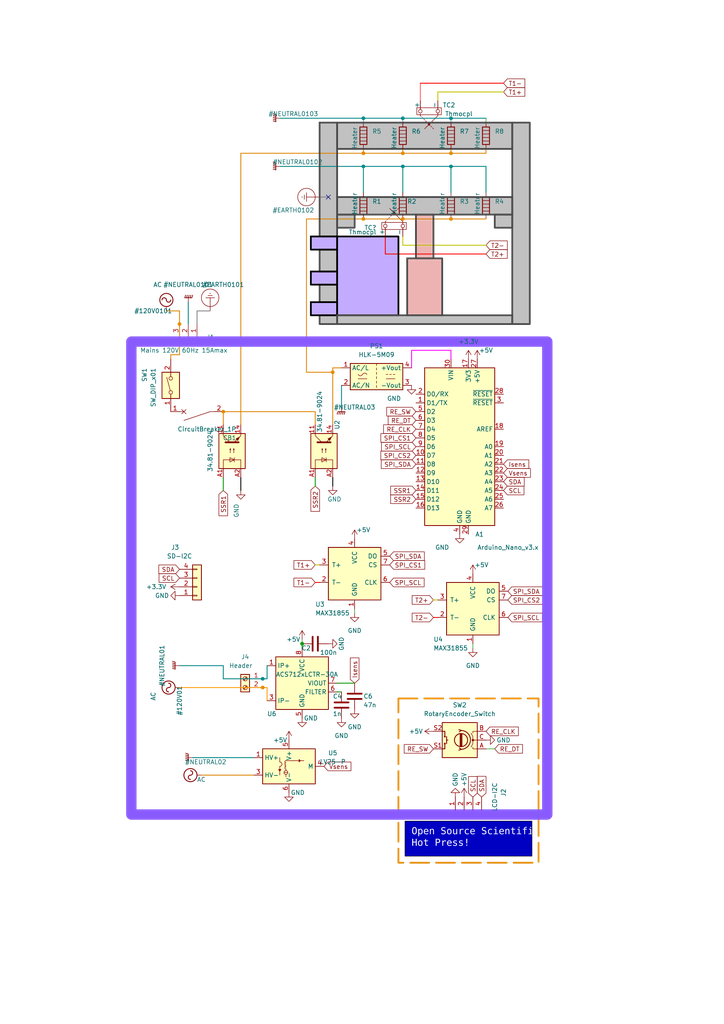
<source format=kicad_sch>
(kicad_sch (version 20230121) (generator eeschema)
  (paper "A4" portrait)
  (lib_symbols
    (symbol "Connector:Screw_Terminal_01x02" (pin_names (offset 1.016) hide)
      (property "Reference" "J" (at 0 2.54 0))
      (property "Value" "Screw_Terminal_01x02" (at 0 -5.08 0))
      (symbol "Screw_Terminal_01x02_1_1"
        (rectangle (start -1.27 1.27) (end 1.27 -3.81) (stroke (width 0.254)) (fill (type background)))
        (circle (center 0 -2.54) (radius 0.635) (stroke (width 0.1524)))
        (polyline (pts (xy -0.5334 -2.2098) (xy 0.3302 -3.048)) (stroke (width 0.1524)))
        (polyline (pts (xy -0.5334 0.3302) (xy 0.3302 -0.508)) (stroke (width 0.1524)))
        (polyline (pts (xy -0.3556 -2.032) (xy 0.508 -2.8702)) (stroke (width 0.1524)))
        (polyline (pts (xy -0.3556 0.508) (xy 0.508 -0.3302)) (stroke (width 0.1524)))
        (circle (center 0 0) (radius 0.635) (stroke (width 0.1524)))
        (pin passive line (at -5.08 0 0) (length 3.81) (name "Pin_1") (number "1"))
        (pin passive line (at -5.08 -2.54 0) (length 3.81) (name "Pin_2") (number "2"))
      )
    )
    (symbol "Connector:Screw_Terminal_01x03" (pin_names (offset 1.016) hide)
      (property "Reference" "J" (at 0 5.08 0))
      (property "Value" "Screw_Terminal_01x03" (at 0 -5.08 0))
      (symbol "Screw_Terminal_01x03_1_1"
        (rectangle (start -1.27 3.81) (end 1.27 -3.81) (stroke (width 0.254)) (fill (type background)))
        (circle (center 0 -2.54) (radius 0.635) (stroke (width 0.1524)))
        (polyline (pts (xy -0.5334 -2.2098) (xy 0.3302 -3.048)) (stroke (width 0.1524)))
        (polyline (pts (xy -0.5334 0.3302) (xy 0.3302 -0.508)) (stroke (width 0.1524)))
        (polyline (pts (xy -0.5334 2.8702) (xy 0.3302 2.032)) (stroke (width 0.1524)))
        (polyline (pts (xy -0.3556 -2.032) (xy 0.508 -2.8702)) (stroke (width 0.1524)))
        (polyline (pts (xy -0.3556 0.508) (xy 0.508 -0.3302)) (stroke (width 0.1524)))
        (polyline (pts (xy -0.3556 3.048) (xy 0.508 2.2098)) (stroke (width 0.1524)))
        (circle (center 0 0) (radius 0.635) (stroke (width 0.1524)))
        (circle (center 0 2.54) (radius 0.635) (stroke (width 0.1524)))
        (pin passive line (at -5.08 2.54 0) (length 3.81) (name "Pin_1") (number "1"))
        (pin passive line (at -5.08 0 0) (length 3.81) (name "Pin_2") (number "2"))
        (pin passive line (at -5.08 -2.54 0) (length 3.81) (name "Pin_3") (number "3"))
      )
    )
    (symbol "Connector_Generic:Conn_01x04" (pin_names (offset 1.016) hide)
      (property "Reference" "J" (at 0 5.08 0))
      (property "Value" "Conn_01x04" (at 0 -7.62 0))
      (symbol "Conn_01x04_1_1"
        (rectangle (start -1.27 -4.953) (end 0 -5.207) (stroke (width 0.1524)))
        (rectangle (start -1.27 -2.413) (end 0 -2.667) (stroke (width 0.1524)))
        (rectangle (start -1.27 0.127) (end 0 -0.127) (stroke (width 0.1524)))
        (rectangle (start -1.27 2.667) (end 0 2.413) (stroke (width 0.1524)))
        (rectangle (start -1.27 3.81) (end 1.27 -6.35) (stroke (width 0.254)) (fill (type background)))
        (pin passive line (at -5.08 2.54 0) (length 3.81) (name "Pin_1") (number "1"))
        (pin passive line (at -5.08 0 0) (length 3.81) (name "Pin_2") (number "2"))
        (pin passive line (at -5.08 -2.54 0) (length 3.81) (name "Pin_3") (number "3"))
        (pin passive line (at -5.08 -5.08 0) (length 3.81) (name "Pin_4") (number "4"))
      )
    )
    (symbol "Converter_ACDC:HLK-5M09"
      (property "Reference" "PS" (at 0 5.08 0))
      (property "Value" "HLK-5M09" (at 0 -5.08 0))
      (symbol "HLK-5M09_0_1"
        (rectangle (start -7.62 3.81) (end 7.62 -3.81) (stroke (width 0.254)) (fill (type background)))
        (arc (start -5.334 0.635) (mid -4.699 0.2495) (end -4.064 0.635))
        (arc (start -2.794 0.635) (mid -3.429 1.0072) (end -4.064 0.635))
        (polyline (pts (xy -5.334 -0.635) (xy -2.794 -0.635)))
        (polyline (pts (xy 0 -2.54) (xy 0 -3.175)))
        (polyline (pts (xy 0 -1.27) (xy 0 -1.905)))
        (polyline (pts (xy 0 0) (xy 0 -0.635)))
        (polyline (pts (xy 0 1.27) (xy 0 0.635)))
        (polyline (pts (xy 0 2.54) (xy 0 1.905)))
        (polyline (pts (xy 0 3.81) (xy 0 3.175)))
        (polyline (pts (xy 2.794 -0.635) (xy 5.334 -0.635)))
        (polyline (pts (xy 2.794 0.635) (xy 3.302 0.635)))
        (polyline (pts (xy 3.81 0.635) (xy 4.318 0.635)))
        (polyline (pts (xy 4.826 0.635) (xy 5.334 0.635)))
      )
      (symbol "HLK-5M09_1_1"
        (pin power_in line (at -10.16 2.54 0) (length 2.54) (name "AC/L") (number "1"))
        (pin power_in line (at -10.16 -2.54 0) (length 2.54) (name "AC/N") (number "2"))
        (pin power_out line (at 10.16 -2.54 180) (length 2.54) (name "-Vout") (number "3"))
        (pin power_out line (at 10.16 2.54 180) (length 2.54) (name "+Vout") (number "4"))
      )
    )
    (symbol "Device:C" (pin_numbers hide) (pin_names (offset 0.254))
      (property "Reference" "C" (at 0.635 2.54 0))
      (property "Value" "C" (at 0.635 -2.54 0))
      (symbol "C_0_1"
        (polyline (pts (xy -2.032 -0.762) (xy 2.032 -0.762)) (stroke (width 0.508)))
        (polyline (pts (xy -2.032 0.762) (xy 2.032 0.762)) (stroke (width 0.508)))
      )
      (symbol "C_1_1"
        (pin passive line (at 0 3.81 270) (length 2.794) (name "~") (number "1"))
        (pin passive line (at 0 -3.81 90) (length 2.794) (name "~") (number "2"))
      )
    )
    (symbol "Device:CircuitBreaker_1P"
      (property "Reference" "CB" (at 1.905 0 0))
      (property "Value" "CircuitBreaker_1P" (at 1.905 1.905 0))
      (symbol "CircuitBreaker_1P_0_1"
        (polyline (pts (xy 0 -5.08) (xy 0 -3.81)))
        (polyline (pts (xy 0 -3.81) (xy -2.54 3.81)))
      )
      (symbol "CircuitBreaker_1P_1_1"
        (polyline (pts (xy -0.635 4.445) (xy 0.635 3.175)))
        (polyline (pts (xy 0 5.08) (xy 0 3.81)))
        (polyline (pts (xy 0.635 4.445) (xy -0.635 3.175)))
        (pin passive line (at 0 7.62 270) (length 2.54) (name "~") (number "1"))
        (pin passive line (at 0 -7.62 90) (length 2.54) (name "~") (number "2"))
      )
    )
    (symbol "Device:Heater" (pin_numbers hide) (pin_names (offset 0))
      (property "Reference" "R" (at 2.032 0 90))
      (property "Value" "Heater" (at -2.032 0 90))
      (symbol "Heater_0_1"
        (rectangle (start -1.016 -2.54) (end 1.016 2.54) (stroke (width 0.254)))
        (polyline (pts (xy -1.016 1.524) (xy 1.016 1.524)))
        (polyline (pts (xy 1.016 -1.524) (xy -1.016 -1.524)))
        (polyline (pts (xy 1.016 -0.508) (xy -1.016 -0.508)))
        (polyline (pts (xy 1.016 0.508) (xy -1.016 0.508)))
      )
      (symbol "Heater_1_1"
        (pin passive line (at 0 3.81 270) (length 1.27) (name "~") (number "1"))
        (pin passive line (at 0 -3.81 90) (length 1.27) (name "~") (number "2"))
      )
    )
    (symbol "Device:RotaryEncoder_Switch" (pin_names (offset 0.254) hide)
      (property "Reference" "SW" (at 0 6.604 0))
      (property "Value" "RotaryEncoder_Switch" (at 0 -6.604 0))
      (symbol "RotaryEncoder_Switch_0_1"
        (rectangle (start -5.08 5.08) (end 5.08 -5.08) (stroke (width 0.254)) (fill (type background)))
        (circle (center -3.81 0) (radius 0.254) (fill (type outline)))
        (circle (center -0.381 0) (radius 1.905) (stroke (width 0.254)))
        (arc (start -0.381 2.667) (mid -3.0988 -0.0635) (end -0.381 -2.794) (stroke (width 0.254)))
        (polyline (pts (xy -0.635 -1.778) (xy -0.635 1.778)) (stroke (width 0.254)))
        (polyline (pts (xy -0.381 -1.778) (xy -0.381 1.778)) (stroke (width 0.254)))
        (polyline (pts (xy -0.127 1.778) (xy -0.127 -1.778)) (stroke (width 0.254)))
        (polyline (pts (xy 3.81 0) (xy 3.429 0)) (stroke (width 0.254)))
        (polyline (pts (xy 3.81 1.016) (xy 3.81 -1.016)) (stroke (width 0.254)))
        (polyline (pts (xy -5.08 -2.54) (xy -3.81 -2.54) (xy -3.81 -2.032)))
        (polyline (pts (xy -5.08 2.54) (xy -3.81 2.54) (xy -3.81 2.032)))
        (polyline (pts (xy 0.254 -3.048) (xy -0.508 -2.794) (xy 0.127 -2.413)) (stroke (width 0.254)))
        (polyline (pts (xy 0.254 2.921) (xy -0.508 2.667) (xy 0.127 2.286)) (stroke (width 0.254)))
        (polyline (pts (xy 5.08 -2.54) (xy 4.318 -2.54) (xy 4.318 -1.016)) (stroke (width 0.254)))
        (polyline (pts (xy 5.08 2.54) (xy 4.318 2.54) (xy 4.318 1.016)) (stroke (width 0.254)))
        (polyline (pts (xy -5.08 0) (xy -3.81 0) (xy -3.81 -1.016) (xy -3.302 -2.032)))
        (polyline (pts (xy -4.318 0) (xy -3.81 0) (xy -3.81 1.016) (xy -3.302 2.032)))
        (circle (center 4.318 -1.016) (radius 0.127) (stroke (width 0.254)))
        (circle (center 4.318 1.016) (radius 0.127) (stroke (width 0.254)))
      )
      (symbol "RotaryEncoder_Switch_1_1"
        (pin passive line (at -7.62 2.54 0) (length 2.54) (name "A") (number "A"))
        (pin passive line (at -7.62 -2.54 0) (length 2.54) (name "B") (number "B"))
        (pin passive line (at -7.62 0 0) (length 2.54) (name "C") (number "C"))
        (pin passive line (at 7.62 2.54 180) (length 2.54) (name "S1") (number "S1"))
        (pin passive line (at 7.62 -2.54 180) (length 2.54) (name "S2") (number "S2"))
      )
    )
    (symbol "Device:Thermocouple_Block" (pin_numbers hide) (pin_names (offset 0))
      (property "Reference" "TC" (at -3.048 3.81 0))
      (property "Value" "Thermocouple_Block" (at -5.08 -4.064 0))
      (symbol "Thermocouple_Block_0_1"
        (circle (center -1.778 0) (radius 0.254) (fill (type outline)))
        (polyline (pts (xy -2.794 -1.016) (xy -3.048 -1.27)))
        (polyline (pts (xy -2.286 -0.508) (xy -2.54 -0.762)))
        (polyline (pts (xy -1.778 0) (xy -2.032 -0.254)))
        (polyline (pts (xy -1.27 0.508) (xy -1.524 0.254)))
        (polyline (pts (xy -0.762 1.016) (xy -1.016 0.762)))
        (polyline (pts (xy -0.254 1.524) (xy -0.508 1.27)))
        (polyline (pts (xy 0.254 2.032) (xy 0 1.778)))
        (polyline (pts (xy 0.762 2.54) (xy 0.508 2.286)))
        (polyline (pts (xy 1.27 -2.54) (xy 1.016 -2.54)))
        (polyline (pts (xy 1.27 2.54) (xy 0.762 2.54)))
        (polyline (pts (xy 1.524 -2.54) (xy 0.762 -2.54) (xy -3.048 1.27)))
        (rectangle (start 1.016 3.556) (end 3.048 -3.556))
        (circle (center 2.032 -2.54) (radius 0.508))
        (circle (center 2.032 2.54) (radius 0.508))
      )
      (symbol "Thermocouple_Block_1_1"
        (pin passive line (at 5.08 2.54 180) (length 2.54) (name "+") (number "1"))
        (pin passive line (at 5.08 -2.54 180) (length 2.54) (name "-") (number "2"))
      )
    )
    (symbol "GND_1" (power) (pin_names (offset 0))
      (property "Value" "GND_1" (at 0 -3.81 0))
      (symbol "GND_1_0_1"
        (polyline (pts (xy 0 0) (xy 0 -1.27) (xy 1.27 -1.27) (xy 0 -2.54) (xy -1.27 -1.27) (xy 0 -1.27)))
      )
      (symbol "GND_1_1_1"
        (pin power_in line (at 0 0 270) (length 0) hide (name "GND") (number "1"))
      )
    )
    (symbol "MCU_Module:Arduino_Nano_v3.x"
      (property "Reference" "A" (at -10.16 23.495 0))
      (property "Value" "Arduino_Nano_v3.x" (at 5.08 -24.13 0))
      (symbol "Arduino_Nano_v3.x_0_1"
        (rectangle (start -10.16 22.86) (end 10.16 -22.86) (stroke (width 0.254)) (fill (type background)))
      )
      (symbol "Arduino_Nano_v3.x_1_1"
        (pin bidirectional line (at -12.7 12.7 0) (length 2.54) (name "D1/TX") (number "1"))
        (pin bidirectional line (at -12.7 -2.54 0) (length 2.54) (name "D7") (number "10"))
        (pin bidirectional line (at -12.7 -5.08 0) (length 2.54) (name "D8") (number "11"))
        (pin bidirectional line (at -12.7 -7.62 0) (length 2.54) (name "D9") (number "12"))
        (pin bidirectional line (at -12.7 -10.16 0) (length 2.54) (name "D10") (number "13"))
        (pin bidirectional line (at -12.7 -12.7 0) (length 2.54) (name "D11") (number "14"))
        (pin bidirectional line (at -12.7 -15.24 0) (length 2.54) (name "D12") (number "15"))
        (pin bidirectional line (at -12.7 -17.78 0) (length 2.54) (name "D13") (number "16"))
        (pin power_out line (at 2.54 25.4 270) (length 2.54) (name "3V3") (number "17"))
        (pin input line (at 12.7 5.08 180) (length 2.54) (name "AREF") (number "18"))
        (pin bidirectional line (at 12.7 0 180) (length 2.54) (name "A0") (number "19"))
        (pin bidirectional line (at -12.7 15.24 0) (length 2.54) (name "D0/RX") (number "2"))
        (pin bidirectional line (at 12.7 -2.54 180) (length 2.54) (name "A1") (number "20"))
        (pin bidirectional line (at 12.7 -5.08 180) (length 2.54) (name "A2") (number "21"))
        (pin bidirectional line (at 12.7 -7.62 180) (length 2.54) (name "A3") (number "22"))
        (pin bidirectional line (at 12.7 -10.16 180) (length 2.54) (name "A4") (number "23"))
        (pin bidirectional line (at 12.7 -12.7 180) (length 2.54) (name "A5") (number "24"))
        (pin bidirectional line (at 12.7 -15.24 180) (length 2.54) (name "A6") (number "25"))
        (pin bidirectional line (at 12.7 -17.78 180) (length 2.54) (name "A7") (number "26"))
        (pin power_out line (at 5.08 25.4 270) (length 2.54) (name "+5V") (number "27"))
        (pin input line (at 12.7 15.24 180) (length 2.54) (name "~{RESET}") (number "28"))
        (pin power_in line (at 2.54 -25.4 90) (length 2.54) (name "GND") (number "29"))
        (pin input line (at 12.7 12.7 180) (length 2.54) (name "~{RESET}") (number "3"))
        (pin power_in line (at -2.54 25.4 270) (length 2.54) (name "VIN") (number "30"))
        (pin power_in line (at 0 -25.4 90) (length 2.54) (name "GND") (number "4"))
        (pin bidirectional line (at -12.7 10.16 0) (length 2.54) (name "D2") (number "5"))
        (pin bidirectional line (at -12.7 7.62 0) (length 2.54) (name "D3") (number "6"))
        (pin bidirectional line (at -12.7 5.08 0) (length 2.54) (name "D4") (number "7"))
        (pin bidirectional line (at -12.7 2.54 0) (length 2.54) (name "D5") (number "8"))
        (pin bidirectional line (at -12.7 0 0) (length 2.54) (name "D6") (number "9"))
      )
    )
    (symbol "Relay_SolidState:34.81-9024"
      (property "Reference" "U" (at -5.08 5.08 0))
      (property "Value" "34.81-9024" (at 0 5.08 0))
      (symbol "34.81-9024_0_1"
        (rectangle (start -5.08 3.81) (end 5.08 -3.81) (stroke (width 0.254)) (fill (type background)))
        (polyline (pts (xy -3.175 -0.635) (xy -1.905 -0.635)))
        (polyline (pts (xy 2.54 1.905) (xy 2.54 -1.905) (xy 2.54 -1.905)) (stroke (width 0.508)))
        (polyline (pts (xy -5.08 2.54) (xy -2.54 2.54) (xy -2.54 -2.54) (xy -5.08 -2.54)))
        (polyline (pts (xy -2.54 -0.635) (xy -3.175 0.635) (xy -1.905 0.635) (xy -2.54 -0.635)))
        (polyline (pts (xy -0.508 -0.508) (xy 0.762 -0.508) (xy 0.381 -0.635) (xy 0.381 -0.381) (xy 0.762 -0.508)))
        (polyline (pts (xy -0.508 0.508) (xy 0.762 0.508) (xy 0.381 0.381) (xy 0.381 0.635) (xy 0.762 0.508)))
        (polyline (pts (xy 3.048 -1.651) (xy 3.556 -1.143) (xy 4.064 -2.159) (xy 3.048 -1.651) (xy 3.048 -1.651)) (fill (type outline)))
        (polyline (pts (xy 5.08 2.54) (xy 4.445 2.54) (xy 2.54 0.635) (xy 2.54 -0.635) (xy 4.445 -2.54) (xy 5.08 -2.54)))
      )
      (symbol "34.81-9024_1_1"
        (pin passive line (at 7.62 2.54 180) (length 2.54) (name "~") (number "11"))
        (pin passive line (at 7.62 -2.54 180) (length 2.54) (name "~") (number "14"))
        (pin passive line (at -7.62 2.54 0) (length 2.54) (name "~") (number "A1"))
        (pin passive line (at -7.62 -2.54 0) (length 2.54) (name "~") (number "A2"))
      )
    )
    (symbol "Sensor_Current:ACS712xLCTR-30A"
      (property "Reference" "U" (at 2.54 11.43 0))
      (property "Value" "ACS712xLCTR-30A" (at 2.54 8.89 0))
      (symbol "ACS712xLCTR-30A_0_1"
        (rectangle (start -7.62 7.62) (end 7.62 -7.62) (stroke (width 0.254)) (fill (type background)))
      )
      (symbol "ACS712xLCTR-30A_1_1"
        (pin passive line (at -10.16 5.08 0) (length 2.54) (name "IP+") (number "1"))
        (pin passive line (at -10.16 5.08 0) (length 2.54) hide (name "IP+") (number "2"))
        (pin passive line (at -10.16 -5.08 0) (length 2.54) (name "IP-") (number "3"))
        (pin passive line (at -10.16 -5.08 0) (length 2.54) hide (name "IP-") (number "4"))
        (pin power_in line (at 0 -10.16 90) (length 2.54) (name "GND") (number "5"))
        (pin passive line (at 10.16 -2.54 180) (length 2.54) (name "FILTER") (number "6"))
        (pin output line (at 10.16 0 180) (length 2.54) (name "VIOUT") (number "7"))
        (pin power_in line (at 0 10.16 270) (length 2.54) (name "VCC") (number "8"))
      )
    )
    (symbol "Sensor_Temperature:MAX31855EASA" (pin_names (offset 1.016))
      (property "Reference" "U1" (at -11.43 -8.89 0))
      (property "Value" "MAX31855" (at -11.43 -11.43 0))
      (symbol "MAX31855EASA_0_1"
        (rectangle (start -7.62 7.62) (end 7.62 -7.62) (stroke (width 0.254)) (fill (type background)))
      )
      (symbol "MAX31855EASA_1_1"
        (pin power_in line (at 0 -10.16 90) (length 2.54) (name "GND") (number "1"))
        (pin passive line (at -10.16 -2.54 0) (length 2.54) (name "T-") (number "2"))
        (pin passive line (at -10.16 2.54 0) (length 2.54) (name "T+") (number "3"))
        (pin power_in line (at 0 10.16 270) (length 2.54) (name "VCC") (number "4"))
        (pin input line (at 10.16 5.08 180) (length 2.54) (name "DO") (number "5"))
        (pin input line (at 10.16 -2.54 180) (length 2.54) (name "CLK") (number "6"))
        (pin tri_state line (at 10.16 2.54 180) (length 2.54) (name "CS") (number "7"))
      )
    )
    (symbol "Sensor_Voltage:LV25-P"
      (property "Reference" "U" (at -6.35 6.35 0))
      (property "Value" "LV25-P" (at 5.08 6.35 0))
      (symbol "LV25-P_0_1"
        (arc (start -2.667 0) (mid -2.0347 0.635) (end -2.667 1.27))
        (circle (center -0.889 -1.778) (radius 0.5588))
        (arc (start -0.889 -0.127) (mid -1.1938 -0.4318) (end -0.889 -0.762))
        (arc (start -0.889 0.381) (mid -1.1419 0.127) (end -0.889 -0.127))
        (arc (start -0.889 1.016) (mid -1.1938 0.7112) (end -0.889 0.381))
        (arc (start -0.889 1.651) (mid -1.1938 1.3462) (end -0.889 1.016))
        (polyline (pts (xy -2.667 0) (xy -2.667 -2.54)))
        (polyline (pts (xy -2.667 2.54) (xy -2.667 1.27)))
        (polyline (pts (xy -1.397 -1.778) (xy -0.381 -1.778)))
        (polyline (pts (xy -0.889 -2.413) (xy -0.889 -3.048)))
        (polyline (pts (xy -0.889 -1.143) (xy -0.889 -0.762)))
        (polyline (pts (xy -0.889 1.651) (xy 4.318 1.651)))
        (polyline (pts (xy -2.921 -0.889) (xy -2.286 -0.889) (xy -2.667 -1.397) (xy -3.048 -0.889)) (fill (type outline)))
        (polyline (pts (xy 3.302 1.651) (xy 2.921 2.032) (xy 2.921 1.27) (xy 3.302 1.651)) (fill (type outline)))
        (rectangle (start 7.62 -5.08) (end -7.62 5.08) (stroke (width 0.254)) (fill (type background)))
      )
      (symbol "LV25-P_1_1"
        (pin input line (at -10.16 2.54 0) (length 2.54) (name "HV+") (number "1"))
        (pin input line (at -10.16 -2.54 0) (length 2.54) (name "HV-") (number "3"))
        (pin output line (at 10.16 0 180) (length 2.54) (name "M") (number "4"))
        (pin power_in line (at 0 7.62 270) (length 2.54) (name "V+") (number "5"))
        (pin power_in line (at 0 -7.62 90) (length 2.54) (name "V-") (number "6"))
      )
    )
    (symbol "Switch:SW_DIP_x01" (pin_names (offset 0) hide)
      (property "Reference" "SW" (at 0 3.81 0))
      (property "Value" "SW_DIP_x01" (at 0 -3.81 0))
      (symbol "SW_DIP_x01_0_0"
        (circle (center -2.032 0) (radius 0.508))
        (polyline (pts (xy -1.524 0.127) (xy 2.3622 1.1684)))
        (circle (center 2.032 0) (radius 0.508))
      )
      (symbol "SW_DIP_x01_0_1"
        (rectangle (start -3.81 2.54) (end 3.81 -2.54) (stroke (width 0.254)) (fill (type background)))
      )
      (symbol "SW_DIP_x01_1_1"
        (pin passive line (at -7.62 0 0) (length 5.08) (name "~") (number "1"))
        (pin passive line (at 7.62 0 180) (length 5.08) (name "~") (number "2"))
      )
    )
    (symbol "power:+3.3V" (power) (pin_names (offset 0))
      (property "Value" "+3.3V" (at 0 3.556 0))
      (symbol "+3.3V_0_1"
        (polyline (pts (xy -0.762 1.27) (xy 0 2.54)))
        (polyline (pts (xy 0 0) (xy 0 2.54)))
        (polyline (pts (xy 0 2.54) (xy 0.762 1.27)))
      )
      (symbol "+3.3V_1_1"
        (pin power_in line (at 0 0 90) (length 0) hide (name "+3.3V") (number "1"))
      )
    )
    (symbol "power:+5V" (power) (pin_names (offset 0))
      (property "Value" "+5V" (at 0 3.556 0))
      (symbol "+5V_0_1"
        (polyline (pts (xy -0.762 1.27) (xy 0 2.54)))
        (polyline (pts (xy 0 0) (xy 0 2.54)))
        (polyline (pts (xy 0 2.54) (xy 0.762 1.27)))
      )
      (symbol "+5V_1_1"
        (pin power_in line (at 0 0 90) (length 0) hide (name "+5V") (number "1"))
      )
    )
    (symbol "power:AC" (power) (pin_names (offset 0))
      (property "Value" "AC" (at 0 6.35 0))
      (symbol "AC_0_1"
        (polyline (pts (xy 0 0) (xy 0 1.27)))
        (arc (start 0 3.175) (mid -0.635 3.8073) (end -1.27 3.175) (stroke (width 0.254)))
        (arc (start 0 3.175) (mid 0.635 2.5427) (end 1.27 3.175) (stroke (width 0.254)))
        (circle (center 0 3.175) (radius 1.905) (stroke (width 0.254)))
      )
      (symbol "AC_1_1"
        (pin power_in line (at 0 0 90) (length 0) hide (name "AC") (number "1"))
      )
    )
    (symbol "power:Earth_Protective" (power) (pin_names (offset 0))
      (symbol "Earth_Protective_0_1"
        (circle (center 0 -3.81) (radius 2.54))
        (polyline (pts (xy -0.635 -4.445) (xy 0.635 -4.445)))
        (polyline (pts (xy -0.127 -5.08) (xy 0.127 -5.08)))
        (polyline (pts (xy 0 -3.81) (xy 0 0)))
        (polyline (pts (xy 1.27 -3.81) (xy -1.27 -3.81)))
      )
      (symbol "Earth_Protective_1_1"
        (pin power_in line (at 0 0 270) (length 0) hide (name "Earth_Protective") (number "1"))
      )
    )
    (symbol "power:GND" (power) (pin_names (offset 0))
      (property "Value" "GND" (at 0 -3.81 0))
      (symbol "GND_0_1"
        (polyline (pts (xy 0 0) (xy 0 -1.27) (xy 1.27 -1.27) (xy 0 -2.54) (xy -1.27 -1.27) (xy 0 -1.27)))
      )
      (symbol "GND_1_1"
        (pin power_in line (at 0 0 270) (length 0) hide (name "GND") (number "1"))
      )
    )
    (symbol "power:GNDPWR" (power) (pin_names (offset 0))
      (property "Value" "GNDPWR" (at 0 -3.302 0))
      (symbol "GNDPWR_0_1"
        (polyline (pts (xy 0 -1.27) (xy 0 0)))
        (polyline (pts (xy -1.016 -1.27) (xy -1.27 -2.032) (xy -1.27 -2.032)) (stroke (width 0.2032)))
        (polyline (pts (xy -0.508 -1.27) (xy -0.762 -2.032) (xy -0.762 -2.032)) (stroke (width 0.2032)))
        (polyline (pts (xy 0 -1.27) (xy -0.254 -2.032) (xy -0.254 -2.032)) (stroke (width 0.2032)))
        (polyline (pts (xy 0.508 -1.27) (xy 0.254 -2.032) (xy 0.254 -2.032)) (stroke (width 0.2032)))
        (polyline (pts (xy 1.016 -1.27) (xy -1.016 -1.27) (xy -1.016 -1.27)) (stroke (width 0.2032)))
        (polyline (pts (xy 1.016 -1.27) (xy 0.762 -2.032) (xy 0.762 -2.032) (xy 0.762 -2.032)) (stroke (width 0.2032)))
      )
      (symbol "GNDPWR_1_1"
        (pin power_in line (at 0 0 270) (length 0) hide (name "GNDPWR") (number "1"))
      )
    )
  )
  (junction (at 116.84 44.45) (color 221 133 0 1))
  (junction (at 64.77 119.38) (color 221 133 0 1))
  (junction (at 76.2 196.85) (color 0 132 132 1))
  (junction (at 130.81 48.26) (color 0 132 132 1))
  (junction (at 76.2 199.39) (color 221 133 0 1))
  (junction (at 130.81 34.29) (color 0 132 132 1))
  (junction (at 116.84 34.29) (color 0 132 132 1))
  (junction (at 96.52 107.95) (color 221 133 0 1))
  (junction (at 105.41 34.29) (color 0 132 132 1))
  (junction (at 52.07 93.98) (color 221 133 0 1))
  (junction (at 130.81 63.5) (color 221 133 0 1))
  (junction (at 105.41 63.5) (color 221 133 0 1))
  (junction (at 87.63 186.69))
  (junction (at 105.41 44.45) (color 221 133 0 1))
  (junction (at 130.81 44.45) (color 221 133 0 1))
  (junction (at 116.84 63.5) (color 221 133 0 1))
  (junction (at 116.84 48.26) (color 0 132 132 1))
  (junction (at 105.41 48.26) (color 0 132 132 1))
  (no_connect (at 95.25 57.15))
  (wire (pts (xy 140.97 44.45) (xy 130.81 44.45)) (stroke (width 0.25) (color 221 133 0 1)))
  (wire (pts (xy 116.84 34.29) (xy 130.81 34.29)) (stroke (width 0.25) (color 0 132 132 1)))
  (wire (pts (xy 140.97 44.45) (xy 140.97 43.18)) (stroke (width 0.25) (color 221 133 0 1)))
  (wire (pts (xy 69.85 142.24) (xy 69.85 138.43)) (stroke (width 0.25) (color 0 0 0 1)))
  (wire (pts (xy 125.73 179.07) (xy 127 179.07)) (stroke (width 0.25) (color 255 0 0 1)))
  (wire (pts (xy 91.44 163.83) (xy 92.71 163.83)) (stroke (width 0.25) (color 194 194 0 1)))
  (wire (pts (xy 102.87 177.8) (xy 102.87 176.53)))
  (wire (pts (xy 81.28 48.26) (xy 105.41 48.26)) (stroke (width 0.25) (color 0 132 132 1)))
  (wire (pts (xy 121.92 29.21) (xy 121.92 24.13)) (stroke (width 0) (color 255 0 0 1)))
  (wire (pts (xy 52.07 102.87) (xy 52.07 93.98)) (stroke (width 0.25) (color 221 133 0 1)))
  (wire (pts (xy 99.06 118.11) (xy 99.06 111.76)) (stroke (width 0.25) (color 0 132 132 1)))
  (wire (pts (xy 64.77 142.24) (xy 64.77 138.43)) (stroke (width 0.25)))
  (wire (pts (xy 116.84 43.18) (xy 116.84 44.45)) (stroke (width 0.25) (color 221 133 0 1)))
  (wire (pts (xy 116.84 63.5) (xy 130.81 63.5)) (stroke (width 0.25) (color 221 133 0 1)))
  (wire (pts (xy 130.81 44.45) (xy 116.84 44.45)) (stroke (width 0.25) (color 221 133 0 1)))
  (wire (pts (xy 96.52 107.95) (xy 96.52 123.19)) (stroke (width 0.25) (color 221 133 0 1)))
  (wire (pts (xy 130.81 43.18) (xy 130.81 44.45)) (stroke (width 0.25) (color 221 133 0 1)))
  (wire (pts (xy 87.63 186.69) (xy 87.63 187.96)) (stroke (width 0.25)))
  (wire (pts (xy 77.47 199.39) (xy 77.47 203.2)) (stroke (width 0.25) (color 255 153 0 1)))
  (wire (pts (xy 55.88 219.71) (xy 73.66 219.71)) (stroke (width 0.25) (color 0 132 132 1)))
  (wire (pts (xy 96.52 140.97) (xy 96.52 138.43)) (stroke (width 0.25) (color 0 0 0 1)))
  (wire (pts (xy 64.77 196.85) (xy 64.77 193.04)) (stroke (width 0.25) (color 0 132 132 1)))
  (wire (pts (xy 99.06 106.68) (xy 96.52 106.68)) (stroke (width 0.25) (color 221 133 0 1)))
  (wire (pts (xy 105.41 48.26) (xy 116.84 48.26)) (stroke (width 0.25) (color 0 132 132 1)))
  (wire (pts (xy 116.84 71.12) (xy 116.84 68.58)) (stroke (width 0.25) (color 194 194 0 1)))
  (wire (pts (xy 91.44 123.19) (xy 91.44 119.38)) (stroke (width 0.25) (color 221 133 0 1)))
  (wire (pts (xy 130.81 101.6) (xy 130.81 104.14)) (stroke (width 0.25) (color 255 0 255 1)))
  (wire (pts (xy 116.84 34.29) (xy 116.84 35.56)) (stroke (width 0) (color 0 132 132 1)))
  (wire (pts (xy 69.85 44.45) (xy 69.85 123.19)) (stroke (width 0.25) (color 221 133 0 1)))
  (wire (pts (xy 49.53 104.14) (xy 49.53 102.87)) (stroke (width 0.25) (color 221 133 0 1)))
  (wire (pts (xy 77.47 193.04) (xy 77.47 196.85)) (stroke (width 0.25) (color 0 132 132 1)))
  (wire (pts (xy 69.85 44.45) (xy 105.41 44.45)) (stroke (width 0.25) (color 221 133 0 1)))
  (wire (pts (xy 96.52 106.68) (xy 96.52 107.95)) (stroke (width 0.25) (color 221 133 0 1)))
  (wire (pts (xy 54.61 87.63) (xy 54.61 93.98)) (stroke (width 0.25) (color 0 132 132 1)))
  (wire (pts (xy 64.77 196.85) (xy 76.2 196.85)) (stroke (width 0.25) (color 0 132 132 1)))
  (wire (pts (xy 140.97 71.12) (xy 116.84 71.12)) (stroke (width 0.25) (color 194 194 0 1)))
  (wire (pts (xy 140.97 55.88) (xy 140.97 48.26)) (stroke (width 0.25) (color 0 132 132 1)))
  (wire (pts (xy 88.9 63.5) (xy 105.41 63.5)) (stroke (width 0.25) (color 221 133 0 1)))
  (wire (pts (xy 116.84 48.26) (xy 130.81 48.26)) (stroke (width 0.25) (color 0 132 132 1)))
  (wire (pts (xy 140.97 35.56) (xy 140.97 34.29)))
  (wire (pts (xy 130.81 63.5) (xy 140.97 63.5)) (stroke (width 0.25) (color 221 133 0 1)))
  (wire (pts (xy 111.76 68.58) (xy 111.76 73.66)) (stroke (width 0.25) (color 255 0 0 1)))
  (wire (pts (xy 127 26.67) (xy 146.05 26.67)) (stroke (width 0.25) (color 194 194 0 1)))
  (wire (pts (xy 91.44 168.91) (xy 92.71 168.91)) (stroke (width 0.25) (color 255 0 0 1)))
  (wire (pts (xy 130.81 34.29) (xy 140.97 34.29)) (stroke (width 0.25) (color 0 132 132 1)))
  (wire (pts (xy 76.2 196.85) (xy 77.47 196.85)) (stroke (width 0.25) (color 0 132 132 1)))
  (wire (pts (xy 137.16 187.96) (xy 137.16 186.69)))
  (wire (pts (xy 48.26 90.17) (xy 52.07 90.17)) (stroke (width 0.25) (color 221 133 0 1)))
  (wire (pts (xy 64.77 193.04) (xy 52.07 193.04)) (stroke (width 0.25) (color 0 132 132 1)))
  (wire (pts (xy 64.77 119.38) (xy 64.77 123.19)) (stroke (width 0.25) (color 221 133 0 1)))
  (wire (pts (xy 125.73 173.99) (xy 127 173.99)) (stroke (width 0.25) (color 194 194 0 1)))
  (wire (pts (xy 64.77 119.38) (xy 91.44 119.38)) (stroke (width 0.25) (color 221 133 0 1)))
  (wire (pts (xy 92.71 57.15) (xy 95.25 57.15)) (stroke (width 0.25) (color 132 132 132 1)))
  (wire (pts (xy 60.96 90.17) (xy 57.15 90.17)) (stroke (width 0.25) (color 132 132 132 1)))
  (wire (pts (xy 116.84 48.26) (xy 116.84 55.88)) (stroke (width 0.25) (color 0 132 132 1)))
  (wire (pts (xy 119.38 106.68) (xy 119.38 101.6)) (stroke (width 0.25) (color 255 0 255 1)))
  (wire (pts (xy 97.79 198.12) (xy 102.87 198.12)) (stroke (width 0.25)))
  (wire (pts (xy 105.41 43.18) (xy 105.41 44.45)) (stroke (width 0.25) (color 221 133 0 1)))
  (wire (pts (xy 58.42 224.79) (xy 73.66 224.79)) (stroke (width 0.25) (color 221 133 0 1)))
  (wire (pts (xy 111.76 73.66) (xy 140.97 73.66)) (stroke (width 0.25) (color 255 0 0 1)))
  (wire (pts (xy 57.15 90.17) (xy 57.15 93.98)) (stroke (width 0.25) (color 132 132 132 1)))
  (wire (pts (xy 52.07 199.39) (xy 76.2 199.39)) (stroke (width 0.25) (color 255 153 0 1)))
  (wire (pts (xy 52.07 90.17) (xy 52.07 93.98)) (stroke (width 0.25) (color 221 133 0 1)))
  (wire (pts (xy 105.41 48.26) (xy 105.41 55.88)) (stroke (width 0.25) (color 0 132 132 1)))
  (wire (pts (xy 76.2 199.39) (xy 77.47 199.39)) (stroke (width 0.25) (color 255 153 0 1)))
  (wire (pts (xy 49.53 102.87) (xy 52.07 102.87)) (stroke (width 0.25) (color 221 133 0 1)))
  (wire (pts (xy 130.81 48.26) (xy 130.81 55.88)) (stroke (width 0.25) (color 0 132 132 1)))
  (wire (pts (xy 91.44 140.97) (xy 91.44 138.43)) (stroke (width 0.25)))
  (wire (pts (xy 88.9 107.95) (xy 96.52 107.95)) (stroke (width 0.25) (color 221 133 0 1)))
  (wire (pts (xy 87.63 185.42) (xy 87.63 186.69)))
  (wire (pts (xy 130.81 34.29) (xy 130.81 35.56)) (stroke (width 0) (color 0 132 132 1)))
  (wire (pts (xy 140.97 217.17) (xy 143.51 217.17)))
  (wire (pts (xy 119.38 101.6) (xy 130.81 101.6)) (stroke (width 0.25) (color 255 0 255 1)))
  (wire (pts (xy 121.92 24.13) (xy 146.05 24.13)) (stroke (width 0.25) (color 255 0 0 1)))
  (wire (pts (xy 105.41 34.29) (xy 116.84 34.29)) (stroke (width 0.25) (color 0 132 132 1)))
  (wire (pts (xy 116.84 44.45) (xy 105.41 44.45)) (stroke (width 0.25) (color 221 133 0 1)))
  (wire (pts (xy 81.28 34.29) (xy 105.41 34.29)) (stroke (width 0.25) (color 0 132 132 1)))
  (wire (pts (xy 105.41 63.5) (xy 116.84 63.5)) (stroke (width 0.25) (color 221 133 0 1)))
  (wire (pts (xy 88.9 63.5) (xy 88.9 107.95)) (stroke (width 0.25) (color 221 133 0 1)))
  (wire (pts (xy 130.81 48.26) (xy 140.97 48.26)) (stroke (width 0.25) (color 0 132 132 1)))
  (wire (pts (xy 127 26.67) (xy 127 29.21)) (stroke (width 0.25) (color 194 194 0 1)))
  (wire (pts (xy 105.41 34.29) (xy 105.41 35.56)) (stroke (width 0) (color 0 132 132 1)))
  (wire (pts (xy 99.06 200.66) (xy 97.79 200.66)) (stroke (width 0.25)))
  (rectangle (start 120.65 62.23) (end 125.73 74.93) (stroke (width 0.5) (color 72 72 72 0.5)) (fill (type color) (color 194 0 0 0.3)))
  (rectangle (start 97.79 62.23) (end 102.87 66.04) (stroke (width 0.5) (color 72 72 72 0.3)) (fill (type color) (color 132 132 132 0.5)))
  (rectangle (start 90.17 78.74) (end 97.79 82.55) (stroke (width 0.5) (color 0 0 0 0.3)) (fill (type color) (color 137 91 255 0.5)))
  (rectangle (start 143.51 62.23) (end 148.59 66.04) (stroke (width 0.5) (color 72 72 72 0.3)) (fill (type color) (color 132 132 132 0.5)))
  (rectangle (start 115.57 202.5579) (end 156.21 250.19) (stroke (width 0.5) (type dash) (color 221 133 0 1)))
  (rectangle (start 97.79 68.58) (end 115.57 91.44) (stroke (width 0.5) (color 0 0 0 0.3)) (fill (type color) (color 137 91 255 0.5)))
  (rectangle (start 148.59 35.56) (end 153.67 93.98) (stroke (width 0.5) (color 72 72 72 0.3)) (fill (type color) (color 132 132 132 0.5)))
  (rectangle (start 38.1 99.06) (end 158.75 236.22) (stroke (width 3) (color 137 91 255 0.5490196078)))
  (rectangle (start 97.79 57.15) (end 148.59 62.23) (stroke (width 0.5) (color 72 72 72 0.3)) (fill (type color) (color 132 132 132 0.5)))
  (rectangle (start 118.11 74.93) (end 128.27 91.44) (stroke (width 0.5) (color 72 72 72 0.5)) (fill (type color) (color 194 0 0 0.3)))
  (rectangle (start 97.79 91.44) (end 148.59 93.98) (stroke (width 0.5) (color 72 72 72 0.3)) (fill (type color) (color 132 132 132 0.5)))
  (rectangle (start 92.71 35.56) (end 97.79 68.58) (stroke (width 0.5) (color 72 72 72 0.3)) (fill (type color) (color 132 132 132 0.5)))
  (rectangle (start 92.71 72.39) (end 97.79 78.74) (stroke (width 0.5) (color 72 72 72 0.3)) (fill (type color) (color 132 132 132 0.5)))
  (rectangle (start 97.79 35.56) (end 148.59 43.18) (stroke (width 0.5) (color 72 72 72 0.3)) (fill (type color) (color 132 132 132 0.5)))
  (rectangle (start 90.17 87.63) (end 97.79 91.44) (stroke (width 0.5) (color 0 0 0 0.3)) (fill (type color) (color 137 91 255 0.5)))
  (rectangle (start 154.305 238.125) (end 117.475 248.285) (stroke (width 0) (color 0 0 0 1)) (fill (type color) (color 0 0 194 1)))
  (rectangle (start 90.17 68.58) (end 97.79 72.39) (stroke (width 0.5) (color 0 0 0 0.3)) (fill (type color) (color 137 91 255 0.5)))
  (rectangle (start 92.71 91.44) (end 97.79 93.98) (stroke (width 0.5) (color 72 72 72 0.3)) (fill (type color) (color 132 132 132 0.5)))
  (rectangle (start 92.71 82.55) (end 97.79 87.63) (stroke (width 0.5) (color 72 72 72 0.3)) (fill (type color) (color 132 132 132 0.5)))
  (text "Open Source Scientific\nHot Press!" (at 119.38 246.38 0) (effects (font (size 2 2)) (justify left bottom)))
  (global_label "T1+" (shape input) (at 91.44 163.83 180) (property "Intersheetrefs" "${INTERSHEET_REFS}" (effects hide)))
  (global_label "SCL" (shape input) (at 146.05 142.24 0) (property "Intersheetrefs" "${INTERSHEET_REFS}" (effects hide)))
  (global_label "T2+" (shape input) (at 140.97 73.66 0) (property "Intersheetrefs" "${INTERSHEET_REFS}" (effects hide)))
  (global_label "SDA" (shape input) (at 139.7 231.14 90) (property "Intersheetrefs" "${INTERSHEET_REFS}" (effects hide)))
  (global_label "Vsens" (shape input) (at 93.98 222.25 0) (property "Intersheetrefs" "${INTERSHEET_REFS}" (effects hide)))
  (global_label "T2-" (shape input) (at 125.73 179.07 180) (property "Intersheetrefs" "${INTERSHEET_REFS}" (effects hide)))
  (global_label "SSR1" (shape input) (at 64.77 142.24 270) (property "Intersheetrefs" "${INTERSHEET_REFS}" (effects hide)))
  (global_label "SPI_SCL" (shape input) (at 120.65 129.54 180) (property "Intersheetrefs" "${INTERSHEET_REFS}" (effects hide)))
  (global_label "SPI_SDA" (shape input) (at 120.65 134.62 180) (property "Intersheetrefs" "${INTERSHEET_REFS}" (effects hide)))
  (global_label "RE_CLK" (shape input) (at 140.97 212.09 0) (property "Intersheetrefs" "${INTERSHEET_REFS}" (effects hide)))
  (global_label "SPI_SDA" (shape input) (at 113.03 161.29 0) (property "Intersheetrefs" "${INTERSHEET_REFS}" (effects hide)))
  (global_label "Vsens" (shape input) (at 146.05 137.16 0) (property "Intersheetrefs" "${INTERSHEET_REFS}" (effects hide)))
  (global_label "SCL" (shape input) (at 137.16 231.14 90) (property "Intersheetrefs" "${INTERSHEET_REFS}" (effects hide)))
  (global_label "T2+" (shape input) (at 125.73 173.99 180) (property "Intersheetrefs" "${INTERSHEET_REFS}" (effects hide)))
  (global_label "Isens" (shape input) (at 146.05 134.62 0) (property "Intersheetrefs" "${INTERSHEET_REFS}" (effects hide)))
  (global_label "SPI_SCL" (shape input) (at 113.03 168.91 0) (property "Intersheetrefs" "${INTERSHEET_REFS}" (effects hide)))
  (global_label "RE_CLK" (shape input) (at 120.65 124.46 180) (property "Intersheetrefs" "${INTERSHEET_REFS}" (effects hide)))
  (global_label "SDA" (shape input) (at 52.07 165.1 180) (property "Intersheetrefs" "${INTERSHEET_REFS}" (effects hide)))
  (global_label "SPI_CS1" (shape input) (at 120.65 127 180) (property "Intersheetrefs" "${INTERSHEET_REFS}" (effects hide)))
  (global_label "SSR2" (shape input) (at 120.65 144.78 180) (property "Intersheetrefs" "${INTERSHEET_REFS}" (effects hide)))
  (global_label "SPI_CS2" (shape input) (at 147.32 173.99 0) (property "Intersheetrefs" "${INTERSHEET_REFS}" (effects hide)))
  (global_label "Isens" (shape input) (at 102.87 198.12 90) (property "Intersheetrefs" "${INTERSHEET_REFS}" (effects hide)))
  (global_label "RE_DT" (shape input) (at 120.65 121.92 180) (property "Intersheetrefs" "${INTERSHEET_REFS}" (effects hide)))
  (global_label "SPI_CS2" (shape input) (at 120.65 132.08 180) (property "Intersheetrefs" "${INTERSHEET_REFS}" (effects hide)))
  (global_label "SSR1" (shape input) (at 120.65 142.24 180) (property "Intersheetrefs" "${INTERSHEET_REFS}" (effects hide)))
  (global_label "T2-" (shape input) (at 140.97 71.12 0) (property "Intersheetrefs" "${INTERSHEET_REFS}" (effects hide)))
  (global_label "SCL" (shape input) (at 52.07 167.64 180) (property "Intersheetrefs" "${INTERSHEET_REFS}" (effects hide)))
  (global_label "SPI_SCL" (shape input) (at 147.32 179.07 0) (property "Intersheetrefs" "${INTERSHEET_REFS}" (effects hide)))
  (global_label "T1-" (shape input) (at 91.44 168.91 180) (property "Intersheetrefs" "${INTERSHEET_REFS}" (effects hide)))
  (global_label "SPI_SDA" (shape input) (at 147.32 171.45 0) (property "Intersheetrefs" "${INTERSHEET_REFS}" (effects hide)))
  (global_label "RE_DT" (shape input) (at 143.51 217.17 0) (property "Intersheetrefs" "${INTERSHEET_REFS}" (effects hide)))
  (global_label "SDA" (shape input) (at 146.05 139.7 0) (property "Intersheetrefs" "${INTERSHEET_REFS}" (effects hide)))
  (global_label "RE_SW" (shape input) (at 125.73 217.17 180) (property "Intersheetrefs" "${INTERSHEET_REFS}" (effects hide)))
  (global_label "T1-" (shape input) (at 146.05 24.13 0) (property "Intersheetrefs" "${INTERSHEET_REFS}" (effects hide)))
  (global_label "T1+" (shape input) (at 146.05 26.67 0) (property "Intersheetrefs" "${INTERSHEET_REFS}" (effects hide)))
  (global_label "RE_SW" (shape input) (at 120.65 119.38 180) (property "Intersheetrefs" "${INTERSHEET_REFS}" (effects hide)))
  (global_label "SSR2" (shape input) (at 91.44 140.97 270) (property "Intersheetrefs" "${INTERSHEET_REFS}" (effects hide)))
  (global_label "SPI_CS1" (shape input) (at 113.03 163.83 0) (property "Intersheetrefs" "${INTERSHEET_REFS}" (effects hide)))
  (symbol (lib_id "power:+5V") (at 87.63 185.42 0) (unit 1)
    (property "Reference" "#PWR09" (effects hide))
    (property "Value" "+5V" (at 85.09 185.42 0))
  )
  (symbol (lib_id "power:GND") (at 87.63 208.28 0) (unit 1)
    (property "Reference" "#PWR08" (effects hide))
    (property "Value" "GND" (at 90.17 208.28 0))
  )
  (symbol (lib_id "Device:Thermocouple_Block") (at 114.3 63.5 90) (mirror x) (unit 1)
    (property "Reference" "TC?" (at 109.22 66.04 90) (effects (justify left)))
    (property "Value" "Thmocpl" (at 109.22 67.31 90) (effects (justify left)))
  )
  (symbol (lib_id "Device:RotaryEncoder_Switch") (at 133.35 214.63 180) (unit 1)
    (property "Reference" "SW2" (at 133.35 204.47 0))
    (property "Value" "RotaryEncoder_Switch" (at 133.35 207.01 0))
  )
  (symbol (lib_id "Sensor_Voltage:LV25-P") (at 83.82 222.25 0) (unit 1)
    (property "Reference" "U5" (at 96.52 218.3639 0))
    (property "Value" "LV25-P" (at 96.52 220.9039 0))
    (property "Footprint" "Sensor_Voltage:LEM_LV25-P" (effects hide))
    (property "Datasheet" "https://www.lem.com/sites/default/files/products_datasheets/lv_25-p.pdf" (effects hide))
  )
  (symbol (lib_id "Device:Heater") (at 130.81 39.37 0) (unit 1)
    (property "Reference" "R7" (at 133.35 38.1 0) (effects (justify left)))
    (property "Value" "Heater" (at 128.27 43.18 90) (effects (justify left)))
  )
  (symbol (lib_id "Connector:Screw_Terminal_01x02") (at 71.12 196.85 0) (mirror y) (unit 1)
    (property "Reference" "J4" (at 71.12 190.5 0))
    (property "Value" "Header" (at 69.85 193.04 0))
  )
  (symbol (lib_id "power:Earth_Protective") (at 60.96 90.17 180) (unit 1)
    (property "Reference" "EARTH" (at 64.77 82.55 0))
    (property "Value" "Earth_Protective" (effects hide))
  )
  (symbol (lib_id "power:+5V") (at 83.82 214.63 0) (unit 1)
    (property "Reference" "#PWR010" (effects hide))
    (property "Value" "+5V" (at 81.28 214.63 0))
  )
  (symbol (lib_id "Connector_Generic:Conn_01x04") (at 134.62 236.22 90) (mirror x) (unit 1)
    (property "Reference" "J2" (at 146.05 229.87 0))
    (property "Value" "LCD-I2C" (at 143.51 231.14 0))
  )
  (symbol (lib_name "GND_1") (lib_id "power:GND") (at 83.82 229.87 0) (unit 1)
    (property "Reference" "#PWR012" (effects hide))
    (property "Value" "GND" (at 86.36 229.87 0))
  )
  (symbol (lib_id "Device:Heater") (at 105.41 59.69 0) (unit 1)
    (property "Reference" "R1" (at 107.95 58.42 0) (effects (justify left)))
    (property "Value" "Heater" (at 102.87 62.23 90) (effects (justify left)))
  )
  (symbol (lib_id "power:GNDPWR") (at 52.07 193.04 270) (unit 1)
    (property "Reference" "NEUTRAL01" (at 46.99 193.04 0))
    (property "Value" "GNDPWR" (effects hide))
  )
  (symbol (lib_id "Device:Thermocouple_Block") (at 124.46 34.29 90) (unit 1)
    (property "Reference" "TC2" (at 132.08 30.48 90) (effects (justify left)))
    (property "Value" "Thmocpl" (at 137.16 33.02 90) (effects (justify left)))
  )
  (symbol (lib_id "Sensor_Temperature:MAX31855EASA") (at 137.16 176.53 0) (unit 1)
    (property "Reference" "U4" (at 125.73 185.42 0) (effects (justify left)))
    (property "Value" "MAX31855" (at 125.73 187.96 0) (effects (justify left)))
    (property "Footprint" "Package_SO:SOIC-8_3.9x4.9mm_P1.27mm" (effects hide))
    (property "Datasheet" "http://datasheets.maximintegrated.com/en/ds/MAX31855.pdf" (effects hide))
  )
  (symbol (lib_id "power:GND") (at 102.87 205.74 0) (unit 1)
    (property "Reference" "#PWR021" (effects hide))
    (property "Value" "GND" (at 102.87 210.82 0))
  )
  (symbol (lib_id "Relay_SolidState:34.81-9024") (at 67.31 130.81 90) (unit 1)
    (property "Reference" "U1" (effects hide))
    (property "Value" "34.81-9024" (at 60.96 130.81 0))
    (property "Footprint" "OptoDevice:Finder_34.81" (effects hide))
    (property "Datasheet" "http://www.us.liteon.com/downloads/LTV-817-827-847.PDF" (effects hide))
  )
  (symbol (lib_id "Sensor_Temperature:MAX31855EASA") (at 102.87 166.37 0) (unit 1)
    (property "Reference" "U3" (at 91.44 175.26 0) (effects (justify left)))
    (property "Value" "MAX31855" (at 91.44 177.8 0) (effects (justify left)))
    (property "Footprint" "Package_SO:SOIC-8_3.9x4.9mm_P1.27mm" (effects hide))
    (property "Datasheet" "http://datasheets.maximintegrated.com/en/ds/MAX31855.pdf" (effects hide))
  )
  (symbol (lib_id "power:+5V") (at 137.16 166.37 0) (unit 1)
    (property "Reference" "#PWR05" (effects hide))
    (property "Value" "+5V" (at 139.7 163.83 0))
  )
  (symbol (lib_id "power:GND") (at 69.85 142.24 0) (unit 1)
    (property "Reference" "#PWR014" (effects hide))
    (property "Value" "GND" (at 68.58 146.05 90) (effects (justify right)))
  )
  (symbol (lib_id "power:GNDPWR") (at 99.06 118.11 0) (unit 1)
    (property "Reference" "NEUTRAL03" (at 102.87 118.11 0))
    (property "Value" "GNDPWR" (effects hide))
  )
  (symbol (lib_id "power:GND") (at 95.25 186.69 90) (unit 1)
    (property "Reference" "#PWR011" (effects hide))
    (property "Value" "GND" (at 99.06 186.69 0))
  )
  (symbol (lib_id "power:+5V") (at 138.43 104.14 0) (unit 1)
    (property "Reference" "#PWR01" (effects hide))
    (property "Value" "+5V" (at 140.97 101.6 0))
  )
  (symbol (lib_id "power:GNDPWR") (at 81.28 34.29 270) (unit 1)
    (property "Reference" "NEUTRAL" (at 85.09 33.02 90))
    (property "Value" "GNDPWR" (effects hide))
  )
  (symbol (lib_id "power:+5V") (at 134.62 231.14 0) (mirror y) (unit 1)
    (property "Reference" "#PWR016" (effects hide))
    (property "Value" "+5V" (at 134.62 226.06 90))
  )
  (symbol (lib_id "power:Earth_Protective") (at 92.71 57.15 270) (unit 1)
    (property "Reference" "EARTH" (at 85.09 60.96 90))
    (property "Value" "Earth_Protective" (effects hide))
  )
  (symbol (lib_id "power:AC") (at 48.26 90.17 0) (unit 1)
    (property "Reference" "120V" (at 44.45 90.17 0))
    (property "Value" "AC" (at 45.72 82.55 0))
  )
  (symbol (lib_id "Device:Heater") (at 105.41 39.37 0) (unit 1)
    (property "Reference" "R5" (at 107.95 38.1 0) (effects (justify left)))
    (property "Value" "Heater" (at 102.87 43.18 90) (effects (justify left)))
  )
  (symbol (lib_id "power:GND") (at 140.97 214.63 90) (mirror x) (unit 1)
    (property "Reference" "#PWR019" (effects hide))
    (property "Value" "GND" (at 146.05 214.63 90))
  )
  (symbol (lib_id "power:GNDPWR") (at 55.88 219.71 270) (unit 1)
    (property "Reference" "NEUTRAL02" (at 59.69 220.98 90))
    (property "Value" "GNDPWR" (effects hide))
  )
  (symbol (lib_id "Switch:SW_DIP_x01") (at 49.53 111.76 90) (unit 1)
    (property "Reference" "SW1" (at 41.91 106.68 0) (effects (justify right)))
    (property "Value" "SW_DIP_x01" (at 44.45 106.68 0) (effects (justify right)))
  )
  (symbol (lib_id "power:GNDPWR") (at 54.61 87.63 180) (unit 1)
    (property "Reference" "NEUTRAL" (at 54.61 82.55 0))
    (property "Value" "GNDPWR" (effects hide))
  )
  (symbol (lib_id "Converter_ACDC:HLK-5M09") (at 109.22 109.22 0) (unit 1)
    (property "Reference" "PS1" (at 109.22 100.33 0))
    (property "Value" "HLK-5M09" (at 109.22 102.87 0))
    (property "Footprint" "Converter_ACDC:Converter_ACDC_HiLink_HLK-5Mxx" (effects hide))
    (property "Datasheet" "http://h.hlktech.com/download/ACDC%E7%94%B5%E6%BA%90%E6%A8%A1%E5%9D%975W%E7%B3%BB%E5%88%97/1/%E6%B5%B7%E5%87%8C%E7%A7%915W%E7%B3%BB%E5%88%97%E7%94%B5%E6%BA%90%E6%A8%A1%E5%9D%97%E8%A7%84%E6%A0%BC%E4%B9%A6V2.8.pdf" (effects hide))
  )
  (symbol (lib_id "power:GND") (at 96.52 140.97 0) (unit 1)
    (property "Reference" "#PWR013" (effects hide))
    (property "Value" "GND" (at 99.06 144.78 0) (effects (justify right)))
  )
  (symbol (lib_id "power:AC") (at 52.07 199.39 90) (unit 1)
    (property "Reference" "120V01" (at 52.07 203.2 0))
    (property "Value" "AC" (at 44.45 201.93 0))
  )
  (symbol (lib_name "GND_1") (lib_id "power:GND") (at 133.35 154.94 0) (unit 1)
    (property "Reference" "#PWR03" (effects hide))
    (property "Value" "GND" (at 128.27 158.75 0))
  )
  (symbol (lib_id "Device:Heater") (at 130.81 59.69 0) (unit 1)
    (property "Reference" "R3" (at 133.35 58.42 0) (effects (justify left)))
    (property "Value" "Heater" (at 128.27 62.23 90) (effects (justify left)))
  )
  (symbol (lib_id "Device:Heater") (at 116.84 39.37 0) (unit 1)
    (property "Reference" "R6" (at 119.38 38.1 0) (effects (justify left)))
    (property "Value" "Heater" (at 114.3 43.18 90) (effects (justify left)))
  )
  (symbol (lib_id "Connector_Generic:Conn_01x04") (at 57.15 170.18 0) (mirror x) (unit 1)
    (property "Reference" "J3" (at 50.8 158.75 0))
    (property "Value" "SD-I2C" (at 52.07 161.29 0))
  )
  (symbol (lib_id "Device:CircuitBreaker_1P") (at 57.15 119.38 90) (unit 1)
    (property "Reference" "CB1" (at 68.58 127 90) (effects (justify left)))
    (property "Value" "CircuitBreaker_1P" (at 68.58 124.46 90) (effects (justify left)))
  )
  (symbol (lib_id "power:+3.3V") (at 52.07 170.18 90) (unit 1)
    (property "Reference" "#PWR020" (effects hide))
    (property "Value" "+3.3V" (at 48.26 170.18 90) (effects (justify left)))
  )
  (symbol (lib_id "Sensor_Current:ACS712xLCTR-30A") (at 87.63 198.12 0) (unit 1)
    (property "Reference" "U6" (at 77.47 207.01 0) (effects (justify left)))
    (property "Value" "ACS712xLCTR-30A" (at 80.01 195.58 0) (effects (justify left)))
    (property "Footprint" "Package_SO:SOIC-8_3.9x4.9mm_P1.27mm" (effects hide))
    (property "Datasheet" "http://www.allegromicro.com/~/media/Files/Datasheets/ACS712-Datasheet.ashx?la=en" (effects hide))
  )
  (symbol (lib_id "power:+5V") (at 102.87 156.21 0) (unit 1)
    (property "Reference" "#PWR04" (effects hide))
    (property "Value" "+5V" (at 105.41 153.67 0))
  )
  (symbol (lib_id "Device:C") (at 91.44 186.69 90) (unit 1)
    (property "Reference" "C2" (at 90.17 187.96 90) (effects (justify left)))
    (property "Value" "100n" (at 97.79 189.23 90) (effects (justify left)))
  )
  (symbol (lib_id "power:GND") (at 99.06 208.28 0) (unit 1)
    (property "Reference" "#PWR017" (effects hide))
    (property "Value" "GND" (at 99.06 213.36 0))
  )
  (symbol (lib_id "power:GND") (at 137.16 187.96 0) (mirror y) (unit 1)
    (property "Reference" "#PWR06" (effects hide))
    (property "Value" "GND" (at 137.16 193.04 0))
  )
  (symbol (lib_id "power:GND") (at 102.87 177.8 0) (mirror y) (unit 1)
    (property "Reference" "#PWR02" (effects hide))
    (property "Value" "GND" (at 102.87 182.88 0))
  )
  (symbol (lib_id "power:AC") (at 58.42 224.79 90) (unit 1)
    (property "Reference" "120V02" (effects hide))
    (property "Value" "AC" (at 58.42 226.06 90))
  )
  (symbol (lib_id "Connector:Screw_Terminal_01x03") (at 54.61 99.06 270) (unit 1)
    (property "Reference" "J1" (at 62.23 97.79 90) (effects (justify right)))
    (property "Value" "Mains 120V 60Hz 15Amax" (at 66.04 101.6 90) (effects (justify right)))
  )
  (symbol (lib_id "power:GNDPWR") (at 81.28 48.26 270) (unit 1)
    (property "Reference" "NEUTRAL" (at 86.36 46.99 90))
    (property "Value" "GNDPWR" (effects hide))
  )
  (symbol (lib_id "power:+3.3V") (at 135.89 104.14 0) (unit 1)
    (property "Reference" "#PWR022" (effects hide))
    (property "Value" "+3.3V" (at 135.89 99.06 0))
  )
  (symbol (lib_id "power:GND") (at 132.08 231.14 0) (mirror x) (unit 1)
    (property "Reference" "#PWR015" (effects hide))
    (property "Value" "GND" (at 132.08 226.06 90))
  )
  (symbol (lib_id "Device:C") (at 102.87 201.93 0) (unit 1)
    (property "Reference" "C6" (at 105.41 201.93 0) (effects (justify left)))
    (property "Value" "47n" (at 105.41 204.47 0) (effects (justify left)))
  )
  (symbol (lib_name "GND_1") (lib_id "power:GND") (at 119.38 111.76 0) (unit 1)
    (property "Reference" "#PWR023" (effects hide))
    (property "Value" "GND" (at 114.3 115.57 0))
  )
  (symbol (lib_id "Device:Heater") (at 140.97 39.37 0) (unit 1)
    (property "Reference" "R8" (at 143.51 38.1 0) (effects (justify left)))
    (property "Value" "Heater" (at 138.43 43.18 90) (effects (justify left)))
  )
  (symbol (lib_id "Relay_SolidState:34.81-9024") (at 93.98 130.81 90) (unit 1)
    (property "Reference" "U2" (at 97.79 123.19 0))
    (property "Value" "34.81-9024" (at 92.71 119.38 0))
    (property "Footprint" "OptoDevice:Finder_34.81" (effects hide))
    (property "Datasheet" "http://www.us.liteon.com/downloads/LTV-817-827-847.PDF" (effects hide))
  )
  (symbol (lib_id "Device:C") (at 99.06 204.47 0) (unit 1)
    (property "Reference" "C4" (at 96.52 201.93 0) (effects (justify left)))
    (property "Value" "1n" (at 96.52 207.01 0) (effects (justify left)))
  )
  (symbol (lib_id "MCU_Module:Arduino_Nano_v3.x") (at 133.35 129.54 0) (unit 1)
    (property "Reference" "A1" (at 137.8459 154.94 0) (effects (justify left)))
    (property "Value" "Arduino_Nano_v3.x" (at 138.43 158.75 0) (effects (justify left)))
    (property "Footprint" "Module:Arduino_Nano" (effects hide))
    (property "Datasheet" "http://www.mouser.com/pdfdocs/Gravitech_Arduino_Nano3_0.pdf" (effects hide))
  )
  (symbol (lib_id "Device:Heater") (at 116.84 59.69 0) (unit 1)
    (property "Reference" "R2" (at 118.11 58.42 0) (effects (justify left)))
    (property "Value" "Heater" (at 114.3 62.23 90) (effects (justify left)))
  )
  (symbol (lib_id "power:GND") (at 52.07 172.72 270) (mirror x) (unit 1)
    (property "Reference" "#PWR07" (effects hide))
    (property "Value" "GND" (at 46.99 172.72 90))
  )
  (symbol (lib_id "Device:Heater") (at 140.97 59.69 0) (unit 1)
    (property "Reference" "R4" (at 143.51 58.42 0) (effects (justify left)))
    (property "Value" "Heater" (at 138.43 62.23 90) (effects (justify left)))
  )
  (symbol (lib_id "power:+5V") (at 125.73 212.09 90) (mirror x) (unit 1)
    (property "Reference" "#PWR018" (effects hide))
    (property "Value" "+5V" (at 120.65 212.09 90))
  )
)
</source>
